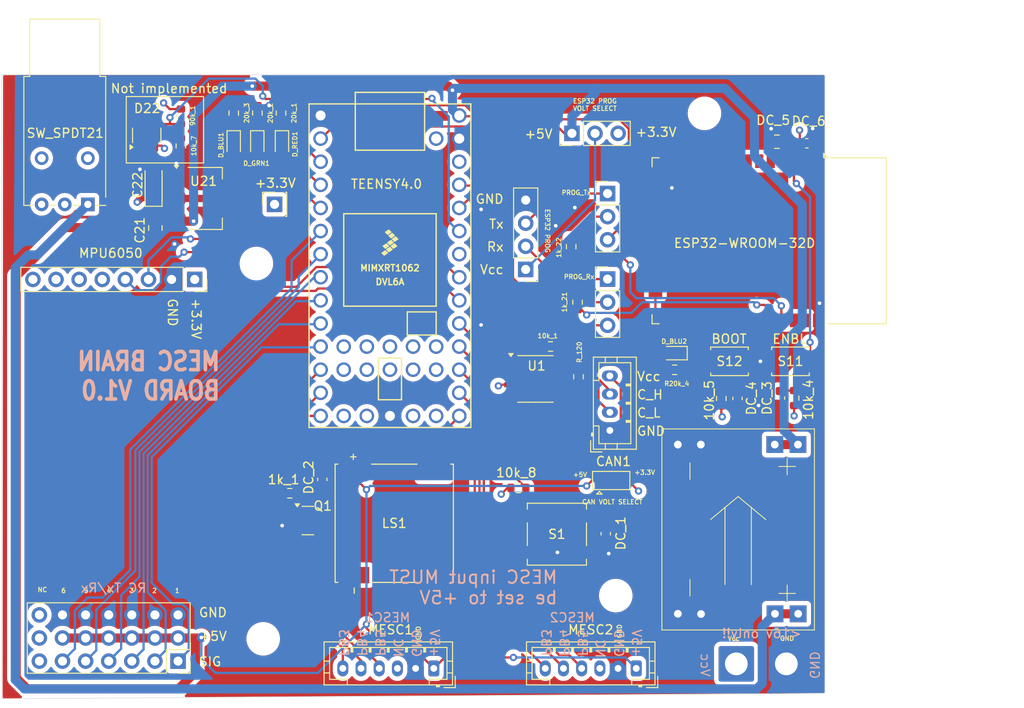
<source format=kicad_pcb>
(kicad_pcb (version 20240108) (generator "pcbnew") (generator_version "8.0")
  (layers (0 "F.Cu" signal) (1 "In1.Cu" signal) (2 "In2.Cu" signal) (31 "B.Cu" signal) (34 "B.Paste" user) (35 "F.Paste" user) (36 "B.SilkS" user "B.Silkscreen") (37 "F.SilkS" user "F.Silkscreen") (38 "B.Mask" user) (39 "F.Mask" user) (44 "Edge.Cuts" user))
  (net 0 "")
  (net 1 "GND")
  (net 2 "+5V")
  (net 3 "+3.3V")
  (net 4 "ESP_EN")
  (net 5 "IO0")
  (net 6 "ESP_RX_OUT")
  (net 7 "U0RXD")
  (net 8 "ESP_TX_OUT")
  (net 9 "U0TXD")
  (net 10 "Net-(J12-Pin_2)")
  (net 11 "SPEAKER")
  (net 12 "Net-(Q1-B)")
  (net 13 "Net-(Q1-C)")
  (net 14 "LED1")
  (net 15 "LED2")
  (net 16 "CAN_LO")
  (net 17 "CAN_HI")
  (net 18 "/MPU6050_SCL")
  (net 19 "BUTTON")
  (net 20 "RC_Throttle")
  (net 21 "RC_Steering")
  (net 22 "RC_Mode")
  (net 23 "/CAN_TX")
  (net 24 "/MPU6050_XDA")
  (net 25 "/MPU6050_INT")
  (net 26 "/MPU6050_SDA")
  (net 27 "/MPU6050_XCL")
  (net 28 "/MPU6050_AD0")
  (net 29 "ESP_RX")
  (net 30 "ESP_TX")
  (net 31 "/CAN_RX")
  (net 32 "VSENSE")
  (net 33 "RC_Z")
  (net 34 "RC_Y")
  (net 35 "RC_X")
  (net 36 "MESC1_VCC")
  (net 37 "Net-(J14-Pin_1)")
  (net 38 "Net-(U1-Rs)")
  (net 43 "Net-(J13-Pin_2)")
  (net 84 "Net-(D_BLU1-K)")
  (net 85 "Net-(D_GRN1-K)")
  (net 86 "Net-(D_RED1-K)")
  (net 87 "Net-(D_BLU2-K)")
  (net 88 "Net-(D_BLU2-A)")
  (net 89 "Net-(CAN1-Pin_4)")
  (net 94 "Vcc")
  (net 95 "Net-(SW_SPDT21-A)")
  (net 96 "PB4_1")
  (net 97 "PB5_1")
  (net 98 "PB3_1")
  (net 99 "PB6_1")
  (net 100 "PB4_2")
  (net 101 "PB3_2")
  (net 102 "PB6_2")
  (net 103 "PB5_2")
  (footprint "Connector_PinSocket_2.54mm:my_PinSocket_3x07_P2.54mm_Vertical" (layer "F.Cu") (at 32.39 79.95 -90)
    (property "Reference" "J1" (hide yes))
    (property "Value" "Conn_01x18" (hide yes))
  )
  (footprint "Capacitor_SMD:C_0603_1608Metric" (layer "F.Cu") (at 93.8784 51.0794 90)
    (property "Reference" "DC_4")
    (property "Value" "100nF")
  )
  (footprint "LED_SMD:LED_0603_1608Metric" (layer "F.Cu") (at 43.81 23.13875 -90)
    (property "Reference" "D_RED1")
    (property "Value" "LED RED")
  )
  (footprint "Connector_JST:JST_PH_B6B-PH-K_1x06_P2.00mm_Vertical" (layer "F.Cu") (at 60.5 80.75 180)
    (property "Reference" "MESC1")
    (property "Value" "Conn_01x06" (hide yes))
  )
  (footprint "Resistor_SMD:R_0603_1608Metric" (layer "F.Cu") (at 41.11 19.71375 -90)
    (property "Reference" "20k_2")
    (property "Value" "20k")
  )
  (footprint "Converter_DCDC:my_buck_boost" (layer "F.Cu") (at 93.95 65.475 90)
    (property "Reference" "U22" (hide yes))
    (property "Value" "my_buck_boost" (hide yes))
  )
  (footprint "LED_SMD:LED_0603_1608Metric" (layer "F.Cu") (at 41.1 23.13875 -90)
    (property "Reference" "D_GRN1")
    (property "Value" "LED GRN")
  )
  (footprint "Resistor_SMD:R_0603_1608Metric" (layer "F.Cu") (at 86.9696 47.9298)
    (property "Reference" "R20k_4")
    (property "Value" "20k")
  )
  (footprint "Resistor_SMD:R_0603_1608Metric" (layer "F.Cu") (at 69.7965 60.9178 180)
    (property "Reference" "10k_8")
    (property "Value" "10k")
  )
  (footprint "Package_TO_SOT_SMD:SOT-23-3" (layer "F.Cu") (at 28.95 22.1625 90)
    (property "Reference" "D22")
    (property "Value" "BAT54S")
  )
  (footprint "Resistor_SMD:R_0603_1608Metric" (layer "F.Cu") (at 38.51 19.71375 -90)
    (property "Reference" "20k_3")
    (property "Value" "20k")
  )
  (footprint "Capacitor_SMD:C_0603_1608Metric" (layer "F.Cu") (at 48.25 59.975 -90)
    (property "Reference" "DC_2")
    (property "Value" "100nF")
  )
  (footprint "Resistor_SMD:R_0603_1608Metric" (layer "F.Cu") (at 44.675 61.5 180)
    (property "Reference" "1k_1")
    (property "Value" "10k")
  )
  (footprint "Package_TO_SOT_SMD:SOT-23" (layer "F.Cu") (at 46.6625 64.5)
    (property "Reference" "Q1")
    (property "Value" "my_BC337")
  )
  (footprint "Resistor_SMD:R_0603_1608Metric" (layer "F.Cu") (at 100.1014 51.0408 -90)
    (property "Reference" "10k_4")
    (property "Value" "10k")
  )
  (footprint "Button_Switch_SMD:SW_Push_SPST_NO_Alps_SKRK" (layer "F.Cu") (at 99.7 47)
    (property "Reference" "S11")
    (property "Value" "TL3342F160QG")
  )
  (footprint "Resistor_SMD:R_0603_1608Metric" (layer "F.Cu") (at 76.4 48.7 90)
    (property "Reference" "R_120")
    (property "Value" "120")
  )
  (footprint "Jumper:SolderJumper-3_P1.3mm_Open_Pad1.0x1.5mm" (layer "F.Cu") (at 80 60.1)
    (property "Reference" "JP1" (hide yes))
    (property "Value" "SolderJumper_3_Open")
  )
  (footprint "Button_Switch_SMD:SW_Push_SPST_NO_Alps_SKRK" (layer "F.Cu") (at 93 47 180)
    (property "Reference" "S12")
    (property "Value" "TL3342F160QG")
  )
  (footprint "Connector_PinHeader_2.54mm:PinHeader_1x04_P2.54mm_Vertical" (layer "F.Cu") (at 70.6 36.9 180)
    (property "Reference" "J14" (hide yes))
    (property "Value" "SERIAL1")
  )
  (footprint "Capacitor_SMD:C_0603_1608Metric" (layer "F.Cu") (at 101.5 23.0378)
    (property "Reference" "DC_6")
    (property "Value" "100nF")
  )
  (footprint "Connector_PinSocket_2.54mm:PinSocket_1x01_P2.54mm_Vertical" (layer "F.Cu") (at 43 29.75 90)
    (property "Reference" "J22" (hide yes))
    (property "Value" "Conn_01x01")
  )
  (footprint "MountingHole:MountingHole_3.2mm_M3" (layer "F.Cu") (at 41.75 77.5)
    (property "Reference" "REF**" (hide yes))
    (property "Value" "MountingHole_3.2mm_M3")
  )
  (footprint "Resistor_SMD:R_0603_1608Metric" (layer "F.Cu") (at 92.1004 51.0794 -90)
    (property "Reference" "10k_5")
    (property "Value" "10k")
  )
  (footprint "Capacitor_SMD:C_0603_1608Metric" (layer "F.Cu") (at 98.552 51.0408 90)
    (property "Reference" "DC_3")
    (property "Value" "100nF")
  )
  (footprint "Button_Switch_THT:SW_NKK_BB15AH" (layer "F.Cu") (at 22.48 29.75 180)
    (property "Reference" "SW_SPDT21")
    (property "Value" "SW_SPDT")
  )
  (footprint "MountingHole:MountingHole_3.2mm_M3" (layer "F.Cu") (at 80.5 72.75)
    (property "Reference" "REF**" (hide yes))
    (property "Value" "MountingHole_3.2mm_M3")
  )
  (footprint "Resistor_SMD:R_0603_1608Metric" (layer "F.Cu") (at 32.7 20.1 -90)
    (property "Reference" "90k_1")
    (property "Value" "90k")
  )
  (footprint "Connector_JST:JST_PH_B6B-PH-K_1x06_P2.00mm_Vertical" (layer "F.Cu") (at 82.75 80.75 180)
    (property "Reference" "MESC2")
    (property "Value" "Conn_01x06" (hide yes))
  )
  (footprint "LED_SMD:LED_0603_1608Metric" (layer "F.Cu") (at 86.868 46.101 180)
    (property "Reference" "D_BLU2")
    (property "Value" "BLUE")
  )
  (footprint "Package_SO:SOIC-8_3.9x4.9mm_P1.27mm" (layer "F.Cu") (at 71.675 48.935)
    (property "Reference" "U1")
    (property "Value" "TJA1050T/CM,118")
  )
  (footprint "Connector_Wire:SolderWire-2sqmm_1x01_D2mm_OD3.9mm" (layer "F.Cu") (at 99.25 80.25)
    (property "Reference" "J24" (hide yes))
    (property "Value" "Conn_01x01")
  )
  (footprint "Connector_PinHeader_2.54mm:PinHeader_1x03_P2.54mm_Vertical" (layer "F.Cu") (at 79.6 37.96)
    (property "Reference" "J12" (hide yes))
    (property "Value" "Conn_01x03")
  )
  (footprint "Resistor_SMD:R_0603_1608Metric" (layer "F.Cu") (at 32.7 23.325 -90)
    (property "Reference" "10k_7")
    (property "Value" "10k")
  )
  (footprint "Connector_PinSocket_2.54mm:PinSocket_1x08_P2.54mm_Vertical" (layer "F.Cu") (at 34.22 38 -90)
    (property "Reference" "MP1" (hide yes))
    (property "Value" "Conn_01x08")
  )
  (footprint "RF_Module:ESP32-WROOM-32D" (layer "F.Cu") (at 94.37 33.75 -90)
    (property "Reference" "U11" (hide yes))
    (property "Value" "ESP32-WROOM-32D")
  )
  (footprint "Resistor_SMD:R_0603_1608Metric" (layer "F.Cu") (at 43.71 19.71375 -90)
    (property "Reference" "20k_1")
    (property "Value" "20k")
  )
  (footprint "Button_Switch_SMD:SW_SPST_B3SL-1022P" (layer "F.Cu") (at 74.0309 66 180)
    (property "Reference" "S1")
    (property "Value" "TL3342F160QG")
  )
  (footprint "Package_TO_SOT_SMD:SOT-223-3_TabPin2" (layer "F.Cu") (at 35.35 29.1)
    (property "Reference" "U21")
    (property "Value" "LD1117S18TR_SOT223")
  )
  (footprint "LED_SMD:LED_0603_1608Metric" (layer "F.Cu") (at 38.51 23.13875 -90)
    (property "Reference" "D_BLU1")
    (property "Value" "LED BLU")
  )
  (footprint "Capacitor_SMD:C_0805_2012Metric" (layer "F.Cu") (at 29.9 32.35 -90)
    (property "Reference" "C21")
    (property "Value" "10uF")
  )
  (footprint "Connector_PinHeader_2.54mm:PinHeader_1x03_P2.54mm_Vertical" (layer "F.Cu") (at 75.6816 21.9456 90)
    (property "Reference" "J15" (hide yes))
    (property "Value" "Conn_01x03")
  )
  (footprint "MountingHole:MountingHole_3.2mm_M3" (layer "F.Cu") (at 90.25 19.75)
    (property "Reference" "REF**" (hide yes))
    (property "Value" "MountingHole_3.2mm_M3")
  )
  (footprint "Connector_PinHeader_2.54mm:PinHeader_1x03_P2.54mm_Vertical" (layer "F.Cu") (at 79.6 28.56)
    (property "Reference" "J13" (hide yes))
    (property "Value" "Conn_01x03")
  )
  (footprint "Capacitor_SMD:C_0603_1608Metric" (layer "F.Cu") (at 79.3977 65.947 90)
    (property "Reference" "DC_1")
    (property "Value" "100nF")
  )
  (footprint "Resistor_SMD:R_0603_1608Metric" (layer "F.Cu") (at 75.6 34.4 90)
    (property "Reference" "1k_22")
    (property "Value" "1k")
  )
  (footprint "Resistor_SMD:R_0603_1608Metric" (layer "F.Cu") (at 73.33 45.37 180)
    (property "Reference" "10k_1")
    (property "Value" "10k")
  )
  (footprint "Resistor_SMD:R_0603_1608Metric" (layer "F.Cu") (at 76.3 40.5 90)
    (property "Reference" "1k_21")
    (property "Value" "1k")
  )
  (footprint "Capacitor_Tantalum_SMD:CP_EIA-3216-18_Kemet-A" (layer "F.Cu") (at 29.7 27.65 90)
    (property "Reference" "C22")
    (property "Value" "C_Polarized_Small_US")
  )
  (footprint "teensy:Teensy40" (layer "F.Cu") (at 55.68 36.49 -90)
    (property "Reference" "U2" (hide yes))
    (property "Value" "Teensy4.0")
  )
  (footprint "CDS-13138-SMT-TR:SPKR_CDS-13138-SMT-TR" (layer "F.Cu") (at 56.1534 64.8 -90)
    (property "Reference" "LS1")
    (property "Value" "Speaker")
  )
  (footprint "Connector_JST:JST_PH_B4B-PH-K_1x04_P2.00mm_Vertical" (layer "F.Cu") (at 79.85 54.6 90)
    (property "Reference" "CAN1")
    (property "Value" "Conn_01x04")
  )
  (footprint "Connector_Wire:SolderWire-2sqmm_1x01_D2mm_OD3.9mm" (layer "F.Cu") (at 93.75 80.25)
    (property "Reference" "J25" (hide yes))
    (property "Value" "Conn_01x01")
  )
  (footprint "MountingHole:MountingHole_3.2mm_M3" (layer "F.Cu") (at 41 36.25)
    (property "Reference" "REF**" (hide yes))
    (property "Value" "MountingHole_3.2mm_M3")
  )
  (footprint "Capacitor_SMD:C_0805_2012Metric" (layer "F.Cu") (at 98.2104 22.86)
    (property "Reference" "DC_5")
    (property "Value" "10uF")
  )
  (gr_rect (start 26.7 17.9) (end 35.2 25.2) (stroke (width 0.12)) (fill none) (layer "F.SilkS"))
  (gr_poly (pts (xy 103.5 83.5) (xy 103.5 15.5) (xy 13 15.5) (xy 13 84.087896)) (stroke (width 0.05)) (fill none) (layer "Edge.Cuts"))
  (gr_text "MESC2" (at 78.3 75.75 0) (layer "B.SilkS") (effects (font (size 1 1)) (justify left bottom mirror)))
  (gr_text "RC Tx/Rx" (at 29 72.5 0) (layer "B.SilkS") (effects (font (size 1 1)) (justify left bottom mirror)))
  (gr_text "Vcc" (at 89.75 81.75 270) (layer "B.SilkS") (effects (font (size 1 1) (thickness 0.13)) (justify left bottom mirror)))
  (gr_text "PB5\n" (at 76.25 79.5 270) (layer "B.SilkS") (effects (font (size 1 1)) (justify left bottom mirror)))
  (gr_text "GND\n" (at 58 79.595238 270) (layer "B.SilkS") (effects (font (size 1 1)) (justify left bottom mirror)))
  (gr_text "PB5\n" (at 54 79.5 270) (layer "B.SilkS") (effects (font (size 1 1)) (justify left bottom mirror)))
  (gr_text "GND\n" (at 80.25 79.595238 270) (layer "B.SilkS") (effects (font (size 1 1)) (justify left bottom mirror)))
  (gr_text "PB3" (at 50 79.5 -90) (layer "B.SilkS") (effects (font (size 1 1)) (justify left bottom mirror)))
  (gr_text "<16v only!!" (at 101 77.5 0) (layer "B.SilkS") (effects (font (size 1 1)) (justify left bottom mirror)))
  (gr_text "GND" (at 101.75 82 270) (layer "B.SilkS") (effects (font (size 1 1) (thickness 0.13)) (justify left bottom mirror)))
  (gr_text "PB4" (at 52 79.5 270) (layer "B.SilkS") (effects (font (size 1 1)) (justify left bottom mirror)))
  (gr_text "PB3" (at 72.25 79.5 -90) (layer "B.SilkS") (effects (font (size 1 1)) (justify left bottom mirror)))
  (gr_text "+5V\n" (at 82.2 79.6 270) (layer "B.SilkS") (effects (font (size 1 1)) (justify left bottom mirror)))
  (gr_text "NC" (at 78.2 79.7 270) (layer "B.SilkS") (effects (font (size 1 1)) (justify left bottom mirror)))
  (gr_text "+5V\n" (at 60 79.6 270) (layer "B.SilkS") (effects (font (size 1 1)) (justify left bottom mirror)))
  (gr_text "NC" (at 56 79.6 270) (layer "B.SilkS") (effects (font (size 1 1)) (justify left bottom mirror)))
  (gr_text "MESC BRAIN \nBOARD V1.0" (at 37.2 51.4 0) (layer "B.SilkS") (effects (font (size 2 1.7) (thickness 0.4) (bold yes)) (justify left bottom mirror)))
  (gr_text "PB4" (at 74.25 79.5 270) (layer "B.SilkS") (effects (font (size 1 1)) (justify left bottom mirror)))
  (gr_text "MESC1" (at 58 75.75 0) (layer "B.SilkS") (effects (font (size 1 1)) (justify left bottom mirror)))
  (gr_text "MESC input MUST\nbe set to +5V" (at 74.2 73.8 0) (layer "B.SilkS") (effects (font (size 1.4 1.4) (thickness 0.2)) (justify left bottom mirror)))
  (gr_text "3" (at 27 72.5 0) (layer "F.SilkS") (effects (font (size 0.5 0.5) (thickness 0.1) (bold yes)) (justify left bottom)))
  (gr_text "+3.3V" (at 40.75 28 0) (layer "F.SilkS") (effects (font (size 1 1)) (justify left bottom)))
  (gr_text "5" (at 22 72.5 0) (layer "F.SilkS") (effects (font (size 0.5 0.5) (thickness 0.1) (bold yes)) (justify left bottom)))
  (gr_text "GND" (at 81.2 77.5 90) (layer "F.SilkS") (effects (font (size 0.5 0.5) (thickness 0.1) (bold yes)) (justify left bottom)))
  (gr_text "GND" (at 82.75 55.25 0) (layer "F.SilkS") (effects (font (size 1 1)) (justify left bottom)))
  (gr_text "1" (at 32 72.5 0) (layer "F.SilkS") (effects (font (size 0.5 0.5) (thickness 0.1) (bold yes)) (justify left bottom)))
  (gr_text "PROG_Tx" (at 74.5 28.75 0) (layer "F.SilkS") (effects (font (size 0.5 0.5) (thickness 0.1) (bold yes)) (justify left bottom)))
  (gr_text "+5V" (at 70.4 22.6 0) (layer "F.SilkS") (effects (font (size 1 1)) (justify left bottom)))
  (gr_text "BOOT" (at 90.93 45.13 0) (layer "F.SilkS") (effects (font (size 1 1)) (justify left bottom)))
  (gr_text "GND" (at 65.011905 29.75 0) (layer "F.SilkS") (effects (font (size 1 1)) (justify left bottom)))
  (gr_text "+3.3V" (at 82.5 59.5 0) (layer "F.SilkS") (effects (font (size 0.5 0.5) (thickness 0.1) (bold yes)) (justify left bottom)))
  (gr_text "+3.3V" (at 33.8 40 270) (layer "F.SilkS") (effects (font (size 1 1)) (justify left bottom)))
  (gr_text "Rx" (at 66.25 35 0) (layer "F.SilkS") (effects (font (size 1 1)) (justify left bottom)))
  (gr_text "GND" (at 34.6 75.2 0) (layer "F.SilkS") (effects (font (size 1 1)) (justify left bottom)))
  (gr_text "GND" (at 59.1 77.7 90) (layer "F.SilkS") (effects (font (size 0.5 0.5) (thickness 0.1) (bold yes)) (justify left bottom)))
  (gr_text "TEENSY4.0" (at 51.3 28.1 0) (layer "F.SilkS") (effects (font (size 1 1)) (justify left bottom)))
  (gr_text "Vcc\n" (at 92.75 77.75 0) (layer "F.SilkS") (effects (font (size 0.5 0.5) (thickness 0.1) (bold yes)) (justify left bottom)))
  (gr_text "Vcc" (at 82.75 49.25 0) (layer "F.SilkS") (effects (font (size 1 1)) (justify left bottom)))
  (gr_text "CAN VOLT SELECT" (at 76.75 62.75 0) (layer "F.SilkS") (effects (font (size 0.5 0.5) (thickness 0.1) (bold yes)) (justify left bottom)))
  (gr_text "2" (at 29.5 72.5 0) (layer "F.SilkS") (effects (font (size 0.5 0.5) (thickness 0.1) (bold yes)) (justify left bottom)))
  (gr_text "GND" (at 31.2 40 -90) (layer "F.SilkS") (effects (font (size 1 1)) (justify left bottom)))
  (gr_text "6" (at 19.5 72.5 0) (layer "F.SilkS") (effects (font (size 0.5 0.5) (thickness 0.1) (bold yes)) (justify left bottom)))
  (gr_text "PROG_Rx" (at 74.75 38 0) (layer "F.SilkS") (effects (font (size 0.5 0.5) (thickness 0.1) (bold yes)) (justify left bottom)))
  (gr_text "+5V\n" (at 75.75 59.75 0) (layer "F.SilkS") (effects (font (size 0.5 0.5) (thickness 0.1) (bold yes)) (justify left bottom)))
  (gr_text "Tx" (at 66.488095 32.5 0) (layer "F.SilkS") (effects (font (size 1 1)) (justify left bottom)))
  (gr_text "GND" (at 98.5 77.75 0) (layer "F.SilkS") (effects (font (size 0.5 0.5) (thickness 0.1) (bold yes)) (justify left bottom)))
  (gr_text "C_L\n" (at 82.75 53.25 0) (layer "F.SilkS") (effects (font (size 1 1)) (justify left bottom)))
  (gr_text "NC" (at 16.9 72.4 0) (layer "F.SilkS") (effects (font (size 0.5 0.5) (thickness 0.1) (bold yes)) (justify left bottom)))
  (gr_text "ESP32-WROOM-32D" (at 86.8 34.6 0) (layer "F.SilkS") (effects (font (size 1 1)) (justify left bottom)))
  (gr_text "ESP32 PROG" (at 72.7 30.2 -90) (layer "F.SilkS") (effects (font (size 0.5 0.5) (thickness 0.1) (bold yes)) (justify left bottom)))
  (gr_text "C_H" (at 82.75 51.25 0) (layer "F.SilkS") (effects (font (size 1 1)) (justify left bottom)))
  (gr_text "4" (at 24.5 72.5 0) (layer "F.SilkS") (effects (font (size 0.5 0.5) (thickness 0.1) (bold yes)) (justify left bottom)))
  (gr_text "Vcc" (at 65.488095 37.5 0) (layer "F.SilkS") (effects (font (size 1 1)) (justify left bottom)))
  (gr_text "ENBL" (at 97.63 45.13 0) (layer "F.SilkS") (effects (font (size 1 1)) (justify left bottom)))
  (gr_text "+5V" (at 34.6 77.8 0) (layer "F.SilkS") (effects (font (size 1 1)) (justify left bottom)))
  (gr_text "Not implemented" (at 24.9 17.6 0) (layer "F.SilkS") (effects (font (size 1 1)) (justify left bottom)))
  (gr_text "ESP32 PROG\nVOLT SELECT" (at 75.75 19.5 0) (layer "F.SilkS") (effects (font (size 0.5 0.5) (thickness 0.1) (bold yes)) (justify left bottom)))
  (gr_text "SIG" (at 34.6 80.6 0) (layer "F.SilkS") (effects (font (size 1 1)) (justify left bottom)))
  (gr_text "MPU6050" (at 21.4 35.7 0) (layer "F.SilkS") (effects (font (size 1 1)) (justify left bottom)))
  (gr_text "+3.3V" (at 82.6 22.4 0) (layer "F.SilkS") (effects (font (size 1 1)) (justify left bottom)))
  (segment (start 79.3977 66.722) (end 79.3977 67.8012) (width 0.25) (layer "F.Cu") (net 1))
  (segment (start 98.539 51.8544) (end 98.552 51.8674) (width 0.25) (layer "F.Cu") (net 1))
  (segment (start 28.6 26.3) (end 28.2 25.9) (width 0.25) (layer "F.Cu") (net 1))
  (segment (start 38.51 18.88875) (end 42.41 18.88875) (width 0.25) (layer "F.Cu") (net 1))
  (segment (start 30.2 26.8) (end 29.7 26.3) (width 0.25) (layer "F.Cu") (net 1))
  (segment (start 71.1509 68) (end 74.0891 68) (width 0.25) (layer "F.Cu") (net 1))
  (segment (start 78.1889 66.722) (end 79.3977 66.722) (width 0.25) (layer "F.Cu") (net 1))
  (segment (start 102.1006 23.2122) (end 102.275 23.0378) (width 0.25) (layer "F.Cu") (net 1))
  (segment (start 102.62 23.3828) (end 102.275 23.0378) (width 0.25) (layer "F.Cu") (net 1))
  (segment (start 102.62 42.5) (end 102.62 40.89) (width 0.25) (layer "F.Cu") (net 1))
  (segment (start 44.2266 65.45) (end 43.8328 65.0562) (width 0.25) (layer "F.Cu") (net 1))
  (segment (start 32.2 24.65) (end 32.7 24.15) (width 0.25) (layer "F.Cu") (net 1))
  (segment (start 31.2 33.3) (end 32 34.1) (width 0.8) (layer "F.Cu") (net 1))
  (segment (start 84.86 28.04) (end 86.5648 28.04) (width 0.25) (layer "F.Cu") (net 1))
  (segment (start 32.2 26.8) (end 30.2 26.8) (width 0.25) (layer "F.Cu") (net 1))
  (segment (start 86.5648 28.04) (end 86.6648 27.94) (width 0.25) (layer "F.Cu") (net 1))
  (segment (start 74.0891 68) (end 76.9109 68) (width 0.25) (layer "F.Cu") (net 1))
  (segment (start 29.9 33.3) (end 31.2 33.3) (width 0.8) (layer "F.Cu") (net 1))
  (segment (start 102.62 25) (end 102.62 23.3828) (width 0.25) (layer "F.Cu") (net 1))
  (segment (start 96.1898 51.8544) (end 98.539 51.8544) (width 0.25) (layer "F.Cu") (net 1))
  (segment (start 102.275 21.5398) (end 102.1474 21.4122) (width 0.25) (layer "F.Cu") (net 1))
  (segment (start 87.325 56.15) (end 89.85 56.15) (width 1) (layer "F.Cu") (net 1))
  (segment (start 96.4 47) (end 97.6 47) (width 0.25) (layer "F.Cu") (net 1))
  (segment (start 97.2604 21.7526) (end 97.5754 21.4376) (width 0.25) (layer "F.Cu") (net 1))
  (segment (start 45.725 65.45) (end 44.2266 65.45) (width 0.25) (layer "F.Cu") (net 1))
  (segment (start 102.62 25) (end 102.62 23.2122) (width 0.25) (layer "F.Cu") (net 1))
  (segment (start 29.7 26.3) (end 28.6 26.3) (width 0.25) (layer "F.Cu") (net 1))
  (segment (start 32.2 25.25) (end 32.2 24.65) (width 0.25) (layer "F.Cu") (net 1))
  (segment (start 89.85 74.75) (end 89.875 74.775) (width 1) (layer "F.Cu") (net 1))
  (segment (start 95.1 47) (end 96.4 47) (width 0.25) (layer "F.Cu") (net 1))
  (segment (start 102.62 40.89) (end 102.8954 40.6146) (width 0.25) (layer "F.Cu") (net 1))
  (segment (start 93.8784 51.8544) (end 96.1898 51.8544) (width 0.25) (layer "F.Cu") (net 1))
  (segment (start 102.275 23.0378) (end 102.275 21.5398) (width 0.25) (layer "F.Cu") (net 1))
  (segment (start 76.9109 68) (end 78.1889 66.722) (width 0.25) (layer "F.Cu") (net 1))
  (segment (start 32.2 26.8) (end 32.2 25.25) (width 0.25) (layer "F.Cu") (net 1))
  (segment (start 97.2604 22.86) (end 97.2604 21.7526) (width 0.25) (layer "F.Cu") (net 1))
  (segment (start 79.3977 67.8012) (end 79.7279 68.1314) (width 0.25) (layer "F.Cu") (net 1))
  (segment (start 42.41 18.88875) (end 43.71 18.88875) (width 0.25) (layer "F.Cu") (net 1))
  (segment (start 87.325 74.75) (end 89.85 74.75) (width 1) (layer "F.Cu") (net 1))
  (via (at 74.0891 68) (size 0.8) (drill 0.4) (layers "F.Cu" "B.Cu") (net 1))
  (via (at 65.7 43) (size 0.8) (drill 0.4) (layers "F.Cu" "B.Cu") (net 1))
  (via (at 65.7 30.3) (size 0.8) (drill 0.4) (layers "F.Cu" "B.Cu") (net 1))
  (via (at 79.7279 68.1314) (size 0.8) (drill 0.4) (layers "F.Cu" "B.Cu") (net 1))
  (via (at 86.6648 27.94) (size 0.8) (drill 0.4) (layers "F.Cu" "B.Cu") (net 1))
  (via (at 102.8954 40.6146) (size 0.8) (drill 0.4) (layers "F.Cu" "B.Cu") (net 1))
  (via (at 102.1474 21.4122) (size 0.8) (drill 0.4) (layers "F.Cu" "B.Cu") (net 1))
  (via (at 96.1898 51.8544) (size 0.8) (drill 0.4) (layers "F.Cu" "B.Cu") (net 1))
  (via (at 28.2 25.9) (size 0.8) (drill 0.4) (layers "F.Cu" "B.Cu") (net 1))
  (via (at 76 30.1) (size 0.8) (drill 0.4) (layers "F.Cu" "B.Cu") (net 1))
  (via (at 73.9 32.1) (size 0.8) (drill 0.4) (layers "F.Cu" "B.Cu") (net 1))
  (via (at 42.41 18.88875) (size 0.8) (drill 0.4) (layers "F.Cu" "B.Cu") (net 1))
  (via (at 43.8328 65.0562) (size 0.8) (drill 0.4) (layers "F.Cu" "B.Cu") (net 1))
  (via (at 32 34.1) (size 0.8) (drill 0.4) (layers "F.Cu" "B.Cu") (net 1))
  (via (at 32.2 25.25) (size 0.8) (drill 0.4) (layers "F.Cu" "B.Cu") (net 1))
  (via (at 97.5754 21.4376) (size 0.8) (drill 0.4) (layers "F.Cu" "B.Cu") (net 1))
  (via (at 96.4 47) (size 0.8) (drill 0.4) (layers "F.Cu" "B.Cu") (net 1))
  (segment (start 53.1 76.325) (end 53.1 75.9) (width 0.25) (layer "F.Cu") (net 2))
  (segment (start 34.95 77.35) (end 34.89 77.41) (width 1) (layer "F.Cu") (net 2))
  (segment (start 40.55 16.75) (end 62.1 16.75) (width 1) (layer "F.Cu") (net 2))
  (segment (start 51.8034 59.1) (end 51.8034 59.8034) (width 0.25) (layer "F.Cu") (net 2))
  (segment (start 48.3208 59.1) (end 48.2524 59.1684) (width 0.25) (layer "F.Cu") (net 2))
  (segment (start 77.9 60.1) (end 77.3 60.7) (width 0.25) (layer "F.Cu") (net 2))
  (segment (start 34.89 77.41) (end 34.3 77.41) (width 1) (layer "F.Cu") (net 2))
  (segment (start 34.3 77.41) (end 34.3 81.14) (width 1) (layer "F.Cu") (net 2))
  (segment (start 32.2 31.4) (end 29.9 31.4) (width 0.8) (layer "F.Cu") (net 2))
  (segment (start 97.975 56.15) (end 100.525 56.15) (width 1) (layer "F.Cu") (net 2))
  (segment (start 14.6 81.8) (end 14.6 37.647968) (width 1) (layer "F.Cu") (net 2))
  (segment (start 57.85 78.1) (end 54.875 78.1) (width 0.25) (layer "F.Cu") (net 2))
  (segment (start 51.8034 59.1) (end 48.75 59.1) (width 0.25) (layer "F.Cu") (net 2))
  (segment (start 74.8456 21.9456) (end 72.966 20.066) (width 0.25) (layer "F.Cu") (net 2))
  (segment (start 69.25 79.55) (end 61.7 79.55) (width 0.25) (layer "F.Cu") (net 2))
  (segment (start 34.3 81.14) (end 32.44 83) (width 1) (layer "F.Cu") (net 2))
  (segment (start 14.6 37.647968) (end 19.947968 32.3) (width 1) (layer "F.Cu") (net 2))
  (segment (start 25.4 31.4) (end 32.2 31.4) (width 1) (layer "F.Cu") (net 2))
  (segment (start 78.7 60.1) (end 77.9 60.1) (width 0.25) (layer "F.Cu") (net 2))
  (segment (start 32.4 31.6) (end 32.2 31.4) (width 1) (layer "F.Cu") (net 2))
  (segment (start 32.44 83) (end 15.8 83) (width 1) (layer "F.Cu") (net 2))
  (segment (start 54.875 78.1) (end 53.1 76.325) (width 0.25) (layer "F.Cu") (net 2))
  (segment (start 48.75 59.1) (end 48.3208 59.1) (width 0.25) (layer "F.Cu") (net 2))
  (segment (start 19.947968 32.3) (end 24.5 32.3) (width 1) (layer "F.Cu") (net 2))
  (segment (start 61.7 79.55) (end 60.5 80.75) (width 0.25) (layer "F.Cu") (net 2))
  (segment (start 72.966 20.066) (end 63.2714 20.066) (width 0.25) (layer "F.Cu") (net 2))
  (segment (start 48.75 59.1) (end 48.35 59.1) (width 0.25) (layer "F.Cu") (net 2))
  (segment (start 48.35 59.1) (end 48.25 59.2) (width 0.25) (layer "F.Cu") (net 2))
  (segment (start 34.1 31.6) (end 32.4 31.6) (width 1) (layer "F.Cu") (net 2))
  (segment (start 34.3 77.41) (end 19.69 77.41) (width 1) (layer "F.Cu") (net 2))
  (segment (start 62.1 16.75) (end 62.55 17.2) (width 1) (layer "F.Cu") (net 2))
  (segment (start 60.5 80.75) (end 57.85 78.1) (width 0.25) (layer "F.Cu") (net 2))
  (segment (start 15.8 83) (end 14.6 81.8) (width 1) (layer "F.Cu") (net 2))
  (segment (start 51.8034 59.8034) (end 53.1 61.1) (width 0.25) (layer "F.Cu") (net 2))
  (segment (start 24.5 32.3) (end 25.4 31.4) (width 1) (layer "F.Cu") (net 2))
  (segment (start 75.6816 21.9456) (end 74.8456 21.9456) (width 0.25) (layer "F.Cu") (net 2))
  (segment (start 32.39 77.41) (end 19.69 77.41) (width 0.25) (layer "F.Cu") (net 2))
  (via (at 77.3 60.7) (size 0.8) (drill 0.4) (layers "F.Cu" "B.Cu") (net 2))
  (via (at 53.1 75.9) (size 0.8) (drill 0.4) (layers "F.Cu" "B.Cu") (net 2))
  (via (at 62.55 17.2) (size 0.8) (drill 0.4) (layers "F.Cu" "B.Cu") (net 2))
  (via (at 69.25 79.55) (size 0.8) (drill 0.4) (layers "F.Cu" "B.Cu") (net 2))
  (via (at 34.95 77.35) (size 0.8) (drill 0.4) (layers "F.Cu" "B.Cu") (net 2))
  (via (at 40.55 16.75) (size 0.8) (drill 0.4) (layers "F.Cu" "B.Cu") (net 2))
  (via (at 34.1 31.6) (size 0.8) (drill 0.4) (layers "F.Cu" "B.Cu") (net 2))
  (via (at 53.1 61.1) (size 0.8) (drill 0.4) (layers "F.Cu" "B.Cu") (net 2))
  (segment (start 101 43) (end 101 29.75) (width 1) (layer "B.Cu") (net 2))
  (segment (start 34.95 79.7) (end 34.95 77.35) (width 0.25) (layer "B.Cu") (net 2))
  (segment (start 100.525 56.15) (end 99 54.625) (width 1) (layer "B.Cu") (net 2))
  (segment (start 34.1 19.944365) (end 37.294365 16.75) (width 1) (layer "B.Cu") (net 2))
  (segment (start 77.3 60.7) (end 53.5 60.7) (width 0.25) (layer "B.Cu") (net 2))
  (segment (start 92.5 17) (end 78.25 17) (width 1) (layer "B.Cu") (net 2))
  (segment (start 99 54.625) (end 99 45) (width 1) (layer "B.Cu") (net 2))
  (segment (start 53.1 75.9) (end 47.75 81.25) (width 0.25) (layer "B.Cu") (net 2))
  (segment (start 62.55 19.3446) (end 63.2714 20.066) (width 1) (layer "B.Cu") (net 2))
  (segment (start 101 29.75) (end 95.75 24.5) (width 1) (layer "B.Cu") (net 2))
  (segment (start 34.1 31.6) (end 34.1 19.944365) (width 1) (layer "B.Cu") (net 2))
  (segment (start 78.25 17) (end 78.25 17.5) (width 1) (layer "B.Cu") (net 2))
  (segment (start 78.25 17.5) (end 75.6816 20.0684) (width 1) (layer "B.Cu") (net 2))
  (segment (start 81.55 79.55) (end 69.25 79.55) (width 0.25) (layer "B.Cu") (net 2))
  (segment (start 75.6816 20.0684) (end 75.6816 21.9456) (width 1) (layer "B.Cu") (net 2))
  (segment (start 47.75 81.25) (end 36.5 81.25) (width 0.25) (layer "B.Cu") (net 2))
  (segment (start 37.294365 16.75) (end 40.55 16.75) (width 1) (layer "B.Cu") (net 2))
  (segment (start 34.95 77.35) (end 35 77.3) (width 1) (layer "B.Cu") (net 2))
  (segment (start 53.1 61.1) (end 53.1 75.9) (width 0.25) (layer "B.Cu") (net 2))
  (segment (start 62.75 17) (end 62.55 17.2) (width 1) (layer "B.Cu") (net 2))
  (segment (start 62.55 17.2) (end 62.55 19.3446) (width 1) (layer "B.Cu") (net 2))
  (segment (start 53.5 60.7) (end 53.1 61.1) (width 0.25) (layer "B.Cu") (net 2))
  (segment (start 99 45) (end 101 43) (width 1) (layer "B.Cu") (net 2))
  (segment (start 82.75 80.75) (end 81.55 79.55) (width 0.25) (layer "B.Cu") (net 2))
  (segment (start 95.75 20.25) (end 92.5 17) (width 1) (layer "B.Cu") (net 2))
  (segment (start 95.75 24.5) (end 95.75 20.25) (width 1) (layer "B.Cu") (net 2))
  (segment (start 36.5 81.25) (end 34.95 79.7) (width 0.25) (layer "B.Cu") (net 2))
  (segment (start 78.25 17) (end 62.75 17) (width 1) (layer "B.Cu") (net 2))
  (segment (start 99.3382 23.0378) (end 99.1604 22.86) (width 0.25) (layer "F.Cu") (net 3))
  (segment (start 30.6 23.3) (end 30.9 23.6) (width 0.25) (layer "F.Cu") (net 3))
  (segment (start 100.725 23.0378) (end 99.3382 23.0378) (width 0.25) (layer "F.Cu") (net 3))
  (segment (start 29.7 29) (end 28.4 29) (width 0.8) (layer "F.Cu") (net 3))
  (segment (start 68.5931 60.9178) (end 67.9109 61.6) (width 0.25) (layer "F.Cu") (net 3))
  (segment (start 69.2 49.57) (end 67.73 49.57) (width 0.25) (layer "F.Cu") (net 3))
  (segment (start 67.73 49.57) (end 67.6 49.7) (width 0.25) (layer "F.Cu") (net 3))
  (segment (start 38.5 23.93625) (end 38.51 23.92625) (width 0.8) (layer "F.Cu") (net 3))
  (segment (start 32.1 29) (end 32.2 29.1) (width 0.8) (layer "F.Cu") (net 3))
  (segment (start 101.35 25) (end 101.35 23.6628) (width 0.25) (layer "F.Cu") (net 3))
  (segment (start 92.1004 51.9044) (end 92.1004 53.0004) (width 0.25) (layer "F.Cu") (net 3))
  (segment (start 100.725 21.6154) (end 100.6996 21.59) (width 0.25) (layer "F.Cu") (net 3))
  (segment (start 29.9 23.3) (end 30.6 23.3) (width 0.25) (layer "F.Cu") (net 3))
  (segment (start 81.85 60.1) (end 83 61.25) (width 0.25) (layer "F.Cu") (net 3))
  (segment (start 32.2 29.1) (end 38.5 29.1) (width 0.8) (layer "F.Cu") (net 3))
  (segment (start 29.7 29) (end 32.1 29) (width 0.8) (layer "F.Cu") (net 3))
  (segment (start 101.35 23.6628) (end 100.725 23.0378) (width 0.25) (layer "F.Cu") (net 3))
  (segment (start 92.1004 53.0004) (end 92.2 53.1) (width 0.25) (layer "F.Cu") (net 3))
  (segment (start 28.4 29) (end 27.9 29.5) (width 0.8) (layer "F.Cu") (net 3))
  (segment (start 100.1014 52.9986) (end 100.1 53) (width 0.25) (layer "F.Cu") (net 3))
  (segment (start 68.9715 60.9178) (end 68.5931 60.9178) (width 0.25) (layer "F.Cu") (net 3))
  (segment (start 81.3 60.1) (end 81.85 60.1) (width 0.25) (layer "F.Cu") (net 3))
  (segment (start 100.1014 51.8658) (end 100.1014 52.9986) (width 0.25) (layer "F.Cu") (net 3))
  (segment (start 100.725 23.0378) (end 100.725 21.6154) (width 0.25) (layer "F.Cu") (net 3))
  (segment (start 38.5 29.1) (end 38.5 23.93625) (width 0.8) (layer "F.Cu") (net 3))
  (via (at 27.9 29.5) (size 0.8) (drill 0.4) (layers "F.Cu" "B.Cu") (net 3))
  (via (at 67.9109 61.6) (size 0.8) (drill 0.4) (layers "F.Cu" "B.Cu") (net 3))
  (via (at 100.6996 21.59) (size 0.8) (drill 0.4) (layers "F.Cu" "B.Cu") (net 3))
  (via (at 30.9 23.6) (size 0.8) (drill 0.4) (layers "F.Cu" "B.Cu") (net 3))
  (via (at 67.6 49.7) (size 0.8) (drill 0.4) (layers "F.Cu" "B.Cu") (net 3))
  (via (at 92.2 53.1) (size 0.8) (drill 0.4) (layers "F.Cu" "B.Cu") (net 3))
  (via (at 100.1 53) (size 0.8) (drill 0.4) (layers "F.Cu" "B.Cu") (net 3))
  (via (at 83 61.25) (size 0.8) (drill 0.4) (layers "F.Cu" "B.Cu") (net 3))
  (segment (start 101.854 46.646) (end 101.8 46.7) (width 0.25) (layer "F.Cu") (net 4))
  (segment (start 100.08 25) (end 100.08 27.182) (width 0.25) (layer "F.Cu") (net 4))
  (segment (start 100.075 48.425) (end 101.8 46.7) (width 0.25) (layer "F.Cu") (net 4))
  (segment (start 100.1014 50.2158) (end 100.1014 48.4514) (width 0.25) (layer "F.Cu") (net 4))
  (segment (start 98.6536 50.2158) (end 98.552 50.3174) (width 0.25) (layer "F.Cu") (net 4))
  (segment (start 100.1014 50.2158) (end 98.6536 50.2158) (width 0.25) (layer "F.Cu") (net 4))
  (segment (start 100.08 27.182) (end 100.3554 27.4574) (width 0.25) (layer "F.Cu") (net 4))
  (segment (start 101.854 44.9072) (end 101.854 46.646) (width 0.25) (layer "F.Cu") (net 4))
  (segment (start 100.1014 48.4514) (end 100.075 48.425) (width 0.25) (layer "F.Cu") (net 4))
  (via (at 100.3554 27.4574) (size 0.8) (drill 0.4) (layers "F.Cu" "B.Cu") (net 4))
  (via (at 101.854 44.9072) (size 0.8) (drill 0.4) (layers "F.Cu" "B.Cu") (net 4))
  (segment (start 100.3554 27.4574) (end 101.854 28.956) (width 0.25) (layer "B.Cu") (net 4))
  (segment (start 101.854 28.956) (end 101.854 44.9072) (width 0.25) (layer "B.Cu") (net 4))
  (segment (start 86.11 43.5) (end 86.11 42.5) (width 0.25) (layer "F.Cu") (net 5))
  (segment (start 90.9 46.7) (end 90.9 45.5864) (width 0.25) (layer "F.Cu") (net 5))
  (segment (start 87.0092 44.3992) (end 86.11 43.5) (width 0.25) (layer "F.Cu") (net 5))
  (segment (start 90.9 45.5864) (end 89.7128 44.3992) (width 0.25) (layer "F.Cu") (net 5))
  (segment (start 93.8784 50.3044) (end 92.1504 50.3044) (width 0.25) (layer "F.Cu") (net 5))
  (segment (start 92.1136 47.9136) (end 90.9 46.7) (width 0.25) (layer "F.Cu") (net 5))
  (segment (start 92.1504 50.3044) (end 92.1004 50.2544) (width 0.25) (layer "F.Cu") (net 5))
  (segment (start 89.7128 44.3992) (end 87.0092 44.3992) (width 0.25) (layer "F.Cu") (net 5))
  (segment (start 92.1136 50.7492) (end 92.1136 47.9136) (width 0.25) (layer "F.Cu") (net 5))
  (segment (start 79.6 37.96) (end 74.2 37.96) (width 0.25) (layer "F.Cu") (net 6))
  (segment (start 74.2 37.96) (end 70.6 34.36) (width 0.25) (layer "F.Cu") (net 6))
  (segment (start 97.54 41.5) (end 96.84 40.8) (width 0.25) (layer "F.Cu") (net 7))
  (segment (start 76.725 41.325) (end 77.3 41.9) (width 0.25) (layer "F.Cu") (net 7))
  (segment (start 97.54 42.5) (end 97.54 41.5) (width 0.25) (layer "F.Cu") (net 7))
  (segment (start 96.84 40.8) (end 96 40.8) (width 0.25) (layer "F.Cu") (net 7))
  (segment (start 76.3 41.325) (end 76.725 41.325) (width 0.25) (layer "F.Cu") (net 7))
  (via (at 96 40.8) (size 0.8) (drill 0.4) (layers "F.Cu" "B.Cu") (net 7))
  (via (at 77.3 41.9) (size 0.8) (drill 0.4) (layers "F.Cu" "B.Cu") (net 7))
  (segment (start 82.225 41.675) (end 83.4 40.5) (width 0.25) (layer "B.Cu") (net 7))
  (segment (start 77.525 41.675) (end 82.225 41.675) (width 0.25) (layer "B.Cu") (net 7))
  (segment (start 77.3 41.9) (end 77.525 41.675) (width 0.25) (layer "B.Cu") (net 7))
  (segment (start 95.7 40.5) (end 96 40.8) (width 0.25) (layer "B.Cu") (net 7))
  (segment (start 83.4 40.5) (end 95.7 40.5) (width 0.25) (layer "B.Cu") (net 7))
  (segment (start 79.6 28.56) (end 73.86 28.56) (width 0.25) (layer "F.Cu") (net 8))
  (segment (start 73.86 28.56) (end 70.6 31.82) (width 0.25) (layer "F.Cu") (net 8))
  (segment (start 75.6 35.225) (end 80.925 35.225) (width 0.25) (layer "F.Cu") (net 9))
  (segment (start 98.7 42.39) (end 98.81 42.5) (width 0.25) (layer "F.Cu") (net 9))
  (segment (start 98.7 40.9) (end 98.7 42.39) (width 0.25) (layer "F.Cu") (net 9))
  (segment (start 80.925 35.225) (end 82.1 36.4) (width 0.25) (layer "F.Cu") (net 9))
  (via (at 98.7 40.9) (size 0.8) (drill 0.4) (layers "F.Cu" "B.Cu") (net 9))
  (via (at 82.1 36.4) (size 0.8) (drill 0.4) (layers "F.Cu" "B.Cu") (net 9))
  (segment (start 82.1 39.4) (end 82.75 40.05) (width 0.25) (layer "B.Cu") (net 9))
  (segment (start 82.1 36.4) (end 82.1 39.4) (width 0.25) (layer "B.Cu") (net 9))
  (segment (start 82.75 40.05) (end 97.85 40.05) (width 0.25) (layer "B.Cu") (net 9))
  (segment (start 97.85 40.05) (end 98.7 40.9) (width 0.25) (layer "B.Cu") (net 9))
  (segment (start 79.6 40.5) (end 77.125 40.5) (width 0.25) (layer "F.Cu") (net 10))
  (segment (start 77.125 40.5) (end 76.3 39.675) (width 0.25) (layer "F.Cu") (net 10))
  (segment (start 50.2574 54.8) (end 44.5287 60.5287) (width 0.25) (layer "F.Cu") (net 11))
  (segment (start 43.85 61.2074) (end 43.85 61.5) (width 0.25) (layer "F.Cu") (net 11))
  (segment (start 61.5574 54.8) (end 50.2574 54.8) (width 0.25) (layer "F.Cu") (net 11))
  (segment (start 63.2714 53.086) (end 61.5574 54.8) (width 0.25) (layer "F.Cu") (net 11))
  (segment (start 44.5287 60.5287) (end 43.85 61.2074) (width 0.25) (layer "F.Cu") (net 11))
  (segment (start 44.5287 60.5287) (end 43.5826 61.4748) (width 0.25) (layer "F.Cu") (net 11))
  (segment (start 45.4076 63.2326) (end 45.725 63.55) (width 0.25) (layer "F.Cu") (net 12))
  (segment (start 45.4076 61.5) (end 45.4076 63.2326) (width 0.25) (layer "F.Cu") (net 12))
  (segment (start 45.5 61.5) (end 45.4076 61.5) (width 0.25) (layer "F.Cu") (net 12))
  (segment (start 45.4076 61.4748) (end 45.4076 61.5) (width 0.25) (layer "F.Cu") (net 12))
  (segment (start 51.8034 65.6034) (end 51.7 65.5) (width 0.25) (layer "F.Cu") (net 13))
  (segment (start 48.717 61.533) (end 51.7 64.516) (width 0.25) (layer "F.Cu") (net 13))
  (segment (start 48.6 65.5) (end 47.6 64.5) (width 0.25) (layer "F.Cu") (net 13))
  (segment (start 47.592 64.492) (end 47.6 64.5) (width 0.25) (layer "F.Cu") (net 13))
  (segment (start 48.592 61.408) (end 48.592 61.092) (width 0.25) (layer "F.Cu") (net 13))
  (segment (start 48.717 61.533) (end 48.592 61.408) (width 0.25) (layer "F.Cu") (net 13))
  (segment (start 51.8034 70.5) (end 51.8034 65.6034) (width 0.25) (layer "F.Cu") (net 13))
  (segment (start 51.7 64.516) (end 51.7 65.5) (width 0.25) (layer "F.Cu") (net 13))
  (segment (start 48.592 61.092) (end 48.25 60.75) (width 0.25) (layer "F.Cu") (net 13))
  (segment (start 51.7 65.5) (end 48.6 65.5) (width 0.25) (layer "F.Cu") (net 13))
  (segment (start 48.2524 61.0684) (end 48.717 61.533) (width 0.25) (layer "F.Cu") (net 13))
  (segment (start 48.0314 27.686) (end 44.27165 23.92625) (width 0.25) (layer "F.Cu") (net 14))
  (segment (start 44.27165 23.92625) (end 43.81 23.92625) (width 0.25) (layer "F.Cu") (net 14))
  (segment (start 41.73165 23.92625) (end 41.1 23.92625) (width 0.25) (layer "F.Cu") (net 15))
  (segment (start 48.0314 30.226) (end 41.73165 23.92625) (width 0.25) (layer "F.Cu") (net 15))
  (segment (start 76.355 49.57) (end 76.4 49.525) (width 0.25) (layer "F.Cu") (net 16))
  (segment (start 78.6 49.9) (end 78.225 49.525) (width 0.25) (layer "F.Cu") (net 16))
  (segment (start 78.225 49.525) (end 76.4 49.525) (width 0.25) (layer "F.Cu") (net 16))
  (segment (start 74.15 49.57) (end 76.355 49.57) (width 0.25) (layer "F.Cu") (net 16))
  (segment (start 78.6 51.35) (end 78.6 49.9) (width 0.25) (layer "F.Cu") (net 16))
  (segment (start 79.85 52.6) (end 78.6 51.35) (width 0.25) (layer "F.Cu") (net 16))
  (segment (start 74.15 48.3) (end 75.975 48.3) (width 0.25) (layer "F.Cu") (net 17))
  (segment (start 79.515 50.935) (end 79.85 50.6) (width 0.25) (layer "F.Cu") (net 17))
  (segment (start 77.51 47.875) (end 76.4 47.875) (width 0.25) (layer "F.Cu") (net 17))
  (segment (start 79.85 50.6) (end 79.85 50.215) (width 0.25) (layer "F.Cu") (net 17))
  (segment (start 79.85 50.215) (end 77.51 47.875) (width 0.25) (layer "F.Cu") (net 17))
  (segment (start 75.975 48.3) (end 76.4 47.875) (width 0.25) (layer "F.Cu") (net 17))
  (segment (start 40.061 38.811) (end 45.41801 38.811) (width 0.25) (layer "F.Cu") (net 18))
  (segment (start 47.594009 36.635) (end 62.0604 36.635) (width 0.25) (layer "F.Cu") (net 18))
  (segment (start 62.0604 36.635) (end 63.2714 37.846) (width 0.25) (layer "F.Cu") (net 18))
  (segment (start 46.364505 37.864505) (end 47.594009 36.635) (width 0.25) (layer "F.Cu") (net 18))
  (segment (start 33.75 33.55) (end 34.8 33.55) (width 0.25) (layer "F.Cu") (net 18))
  (segment (start 45.41801 38.811) (end 46.364505 37.864505) (width 0.25) (layer "F.Cu") (net 18))
  (segment (start 34.8 33.55) (end 40.061 38.811) (width 0.25) (layer "F.Cu") (net 18))
  (via (at 33.75 33.55) (size 0.8) (drill 0.4) (layers "F.Cu" "B.Cu") (net 18))
  (segment (start 33.75 33.55) (end 33.575 33.375) (width 0.25) (layer "B.Cu") (net 18))
  (segment (start 33.575 33.375) (end 31.675 33.375) (width 0.25) (layer "B.Cu") (net 18))
  (segment (start 29.14 35.91) (end 29.14 38) (width 0.25) (layer "B.Cu") (net 18))
  (segment (start 31.675 33.375) (end 29.14 35.91) (width 0.25) (layer "B.Cu") (net 18))
  (segment (start 70.6215 63.3176) (end 70.6215 60.9178) (width 0.25) (layer "F.Cu") (net 19))
  (segment (start 67.45 59.75) (end 66.45 58.75) (width 0.25) (layer "F.Cu") (net 19))
  (segment (start 66.45 58.75) (end 66.45 45.99) (width 0.25) (layer "F.Cu") (net 19))
  (segment (start 70.6215 60.9178) (end 69.4537 59.75) (width 0.25) (layer "F.Cu") (net 19))
  (segment (start 76.9109 64) (end 71.1509 64) (width 0.25) (layer "F.Cu") (net 19))
  (segment (start 69.4537 59.75) (end 67.45 59.75) (width 0.25) (layer "F.Cu") (net 19))
  (segment (start 79.3977 65.172) (end 78.0829 65.172) (width 0.25) (layer "F.Cu") (net 19))
  (segment (start 71.1509 64) (end 71.1509 63.847) (width 0.25) (layer "F.Cu") (net 19))
  (segment (start 78.0829 65.172) (end 76.9109 64) (width 0.25) (layer "F.Cu") (net 19))
  (segment (start 66.45 45.99) (end 63.3 42.84) (width 0.25) (layer "F.Cu") (net 19))
  (segment (start 71.1509 63.847) (end 70.6215 63.3176) (width 0.25) (layer "F.Cu") (net 19))
  (segment (start 31.025 78.775) (end 31.025 74.383299) (width 0.25) (layer "B.Cu") (net 20))
  (segment (start 29.05 71.05) (end 29.05 57.336396) (width 0.25) (layer "B.Cu") (net 20))
  (segment (start 29.05 57.336396) (end 29.493198 56.893198) (width 0.25) (layer "B.Cu") (net 20))
  (segment (start 29.85 79.95) (end 31.025 78.775) (width 0.25) (layer "B.Cu") (net 20))
  (segment (start 48.0314 42.926) (end 43.460396 42.926) (width 0.25) (layer "B.Cu") (net 20))
  (segment (start 29.05 72.4083) (end 29.05 71.05) (width 0.25) (layer "B.Cu") (net 20))
  (segment (start 43.460396 42.926) (end 29.05 57.336396) (width 0.25) (layer "B.Cu") (net 20))
  (segment (start 29.05 71.05) (end 29.05 70.9) (width 0.25) (layer "B.Cu") (net 20))
  (segment (start 30.37085 73.72915) (end 29.05 72.4083) (width 0.25) (layer "B.Cu") (net 20))
  (segment (start 31.025 74.383299) (end 30.37085 73.72915) (width 0.25) (layer "B.Cu") (net 20))
  (segment (start 33.565 78.775) (end 32.39 79.95) (width 0.25) (layer "B.Cu") (net 21))
  (segment (start 32.865851 73.684149) (end 33.565 74.383299) (width 0.25) (layer "B.Cu") (net 21))
  (segment (start 29.5 57.522792) (end 29.5 71.35) (width 0.25) (layer "B.Cu") (net 21))
  (segment (start 33.565 74.383299) (end 33.565 78.775) (width 0.25) (layer "B.Cu") (net 21))
  (segment (start 48.0314 45.466) (end 41.556792 45.466) (width 0.25) (layer "B.Cu") (net 21))
  (segment (start 29.5 71.35) (end 31.834149 73.684149) (width 0.25) (layer "B.Cu") (net 21))
  (segment (start 41.556792 45.466) (end 29.5 57.522792) (width 0.25) (layer "B.Cu") (net 21))
  (segment (start 31.834149 73.684149) (end 32.865851 73.684149) (width 0.25) (layer "B.Cu") (net 21))
  (segment (start 45.364 40.386) (end 48.0314 40.386) (width 0.25) (layer "B.Cu") (net 22))
  (segment (start 28.6 78.66) (end 28.6 57.15) (width 0.25) (layer "B.Cu") (net 22))
  (segment (start 27.31 79.95) (end 28.6 78.66) (width 0.25) (layer "B.Cu") (net 22))
  (segment (start 28.6 57.15) (end 45.364 40.386) (width 0.25) (layer "B.Cu") (net 22))
  (segment (start 68.131802 29.868198) (end 66.413604 28.15) (width 0.25) (layer "F.Cu") (net 23))
  (segment (start 69.2 47.03) (end 69.2 39.122792) (width 0.25) (layer "F.Cu") (net 23))
  (segment (start 66.199604 28.136) (end 65.3614 28.136) (width 0.25) (layer "F.Cu") (net 23))
  (segment (start 65.3614 28.136) (end 63.2714 30.226) (width 0.25) (layer "F.Cu") (net 23))
  (segment (start 68.131802 38.054594) (end 68.131802 29.868198) (width 0.25) (layer "F.Cu") (net 23))
  (segment (start 66.213604 28.15) (end 66.199604 28.136) (width 0.25) (layer "F.Cu") (net 23))
  (segment (start 69.2 39.122792) (end 68.131802 38.054594) (width 0.25) (layer "F.Cu") (net 23))
  (segment (start 66.413604 28.15) (end 66.213604 28.15) (width 0.25) (layer "F.Cu") (net 23))
  (segment (start 39.747726 39.261) (end 47.508009 39.261) (width 0.25) (layer "F.Cu") (net 26))
  (segment (start 47.769009 39) (end 61.8854 39) (width 0.25) (layer "F.Cu") (net 26))
  (segment (start 33.05 35) (end 35.486726 35) (width 0.25) (layer "F.Cu") (net 26))
  (segment (start 35.486726 35) (end 39.747726 39.261) (width 0.25) (layer "F.Cu") (net 26))
  (segment (start 61.8854 39) (end 63.2714 40.386) (width 0.25) (layer "F.Cu") (net 26))
  (segment (start 47.508009 39.261) (end 47.769009 39) (width 0.25) (layer "F.Cu") (net 26))
  (via (at 33.05 35) (size 0.8) (drill 0.4) (layers "F.Cu" "B.Cu") (net 26))
  (segment (start 30.505 38.35) (end 30.505 36.595) (width 0.25) (layer "B.Cu") (net 26))
  (segment (start 32.55 35.5) (end 33.05 35) (width 0.25) (layer "B.Cu") (net 26))
  (segment (start 27.775 39.175) (end 29.68 39.175) (width 0.25) (layer "B.Cu") (net 26))
  (segment (start 31.6 35.5) (end 32.55 35.5) (width 0.25) (layer "B.Cu") (net 26))
  (segment (start 30.505 36.595) (end 31.6 35.5) (width 0.25) (layer "B.Cu") (net 26))
  (segment (start 29.68 39.175) (end 30.505 38.35) (width 0.25) (layer "B.Cu") (net 26))
  (segment (start 26.6 38) (end 27.775 39.175) (width 0.25) (layer "B.Cu") (net 26))
  (segment (start 49.4464 21.191) (end 64.891 21.191) (width 0.25) (layer "F.Cu") (net 29))
  (segment (start 48.0314 22.606) (end 49.4464 21.191) (width 0.25) (layer "F.Cu") (net 29))
  (segment (start 69.2 25.5) (end 69.2 37.85) (width 0.25) (layer "F.Cu") (net 29))
  (segment (start 64.891 21.191) (end 69.2 25.5) (width 0.25) (layer "F.Cu") (net 29))
  (segment (start 74.39 43.04) (end 79.6 43.04) (width 0.25) (layer "F.Cu") (net 29))
  (segment (start 69.2 37.85) (end 74.39 43.04) (width 0.25) (layer "F.Cu") (net 29))
  (segment (start 46.6 23.7146) (end 46.6 19.849009) (width 0.25) (layer "F.Cu") (net 30))
  (segment (start 81.9366 21.458899) (end 81.9366 31.3034) (width 0.25) (layer "F.Cu") (net 30))
  (segment (start 73.086396 19.55) (end 73.936396 20.4) (width 0.25) (layer "F.Cu") (net 30))
  (segment (start 48.0314 25.146) (end 46.6 23.7146) (width 0.25) (layer "F.Cu") (net 30))
  (segment (start 64.65 19.55) (end 73.086396 19.55) (width 0.25) (layer "F.Cu") (net 30))
  (segment (start 63.955 18.855) (end 64.65 19.55) (width 0.25) (layer "F.Cu") (net 30))
  (segment (start 47.594009 18.855) (end 63.955 18.855) (width 0.25) (layer "F.Cu") (net 30))
  (segment (start 80.877701 20.4) (end 81.9366 21.458899) (width 0.25) (layer "F.Cu") (net 30))
  (segment (start 73.936396 20.4) (end 80.877701 20.4) (width 0.25) (layer "F.Cu") (net 30))
  (segment (start 46.6 19.849009) (end 47.594009 18.855) (width 0.25) (layer "F.Cu") (net 30))
  (segment (start 81.9366 31.3034) (end 79.6 33.64) (width 0.25) (layer "F.Cu") (net 30))
  (segment (start 66.386 27.686) (end 63.2714 27.686) (width 0.25) (layer "F.Cu") (net 31))
  (segment (start 69.65 45.829092) (end 69.65 38.936396) (width 0.25) (layer "F.Cu") (net 31))
  (segment (start 70.3 50.84) (end 70.5 50.64) (width 0.25) (layer "F.Cu") (net 31))
  (segment (start 66.6 27.7) (end 66.4 27.7) (width 0.25) (layer "F.Cu") (net 31))
  (segment (start 70.5 50.64) (end 70.5 46.679092) (width 0.25) (layer "F.Cu") (net 31))
  (segment (start 68.75 38.036396) (end 68.75 29.85) (width 0.25) (layer "F.Cu") (net 31))
  (segment (start 68.75 29.85) (end 66.6 27.7) (width 0.25) (layer "F.Cu") (net 31))
  (segment (start 66.4 27.7) (end 66.386 27.686) (width 0.25) (layer "F.Cu") (net 31))
  (segment (start 70.5 46.679092) (end 69.65 45.829092) (width 0.25) (layer "F.Cu") (net 31))
  (segment (start 69.65 38.936396) (end 68.75 38.036396) (width 0.25) (layer "F.Cu") (net 31))
  (segment (start 69.2 50.84) (end 70.3 50.84) (width 0.25) (layer "F.Cu") (net 31))
  (segment (start 31.5 20.925) (end 29.05 20.925) (width 0.25) (layer "F.Cu") (net 32))
  (segment (start 42.01375 18.16375) (end 41.7 17.85) (width 0.25) (layer "F.Cu") (net 32))
  (segment (start 60.3 18.1) (end 60.23625 18.16375) (width 0.25) (layer "F.Cu") (net 32))
  (segment (start 29.05 20.925) (end 28.95 21.025) (width 0.25) (layer "F.Cu") (net 32))
  (segment (start 32.7 20.925) (end 32.7 22.5) (width 0.25) (layer "F.Cu") (net 32))
  (segment (start 32.7 20.925) (end 31.5 20.925) (width 0.25) (layer "F.Cu") (net 32))
  (segment (start 31.5 20.2) (end 31.5 20.925) (width 0.25) (layer "F.Cu") (net 32))
  (segment (start 60.23625 18.16375) (end 42.01375 18.16375) (width 0.25) (layer "F.Cu") (net 32))
  (via (at 31.5 20.2) (size 0.8) (drill 0.4) (layers "F.Cu" "B.Cu") (net 32))
  (via (at 41.7 17.85) (size 0.8) (drill 0.4) (layers "F.Cu" "B.Cu") (net 32))
  (via (at 60.3 18.1) (size 0.8) (drill 0.4) (layers "F.Cu" "B.Cu") (net 32))
  (segment (start 41.7 16.733274) (end 40.891726 15.925) (width 0.25) (layer "B.Cu") (net 32))
  (segment (start 60.3 18.261326) (end 60.3 18.1) (width 0.25) (layer "B.Cu") (net 32))
  (segment (start 35.775 15.925) (end 31.5 20.2) (width 0.25) (layer "B.Cu") (net 32))
  (segment (start 62.1464 20.107726) (end 60.3 18.261326) (width 0.25) (layer "B.Cu") (net 32))
  (segment (start 41.7 17.85) (end 41.7 16.733274) (width 0.25) (layer "B.Cu") (net 32))
  (segment (start 62.1464 31.641) (end 62.1464 20.107726) (width 0.25) (layer "B.Cu") (net 32))
  (segment (start 40.891726 15.925) (end 35.775 15.925) (width 0.25) (layer "B.Cu") (net 32))
  (segment (start 63.2714 32.766) (end 62.1464 31.641) (width 0.25) (layer "B.Cu") (net 32))
  (segment (start 21.055 74.383299) (end 21.055 78.585) (width 0.25) (layer "B.Cu") (net 33))
  (segment (start 27.131802 56.70901) (end 27.131802 69.931802) (width 0.25) (layer "B.Cu") (net 33))
  (segment (start 48.0314 32.766) (end 44.870406 35.926994) (width 0.25) (layer "B.Cu") (net 33))
  (segment (start 44.870406 35.926994) (end 44.870406 38.970406) (width 0.25) (layer "B.Cu") (net 33))
  (segment (start 44.870406 38.970406) (end 27.131802 56.70901) (width 0.25) (layer "B.Cu") (net 33))
  (segment (start 24.106802 72.956802) (end 22.481497 72.956802) (width 0.25) (layer "B.Cu") (net 33))
  (segment (start 21.055 78.585) (end 19.69 79.95) (width 0.25) (layer "B.Cu") (net 33))
  (segment (start 22.481497 72.956802) (end 21.055 74.383299) (width 0.25) (layer "B.Cu") (net 33))
  (segment (start 27.131802 69.931802) (end 24.106802 72.956802) (width 0.25) (layer "B.Cu") (net 33))
  (segment (start 45.65 37.6874) (end 45.65 38.827208) (width 0.25) (layer "B.Cu") (net 34))
  (segment (start 23.405 74.295) (end 23.405 78.775) (width 0.25) (layer "B.Cu") (net 34))
  (segment (start 48.0314 35.306) (end 45.65 37.6874) (width 0.25) (layer "B.Cu") (net 34))
  (segment (start 23.405 78.775) (end 22.23 79.95) (width 0.25) (layer "B.Cu") (net 34))
  (segment (start 27.7 56.777208) (end 27.7 70) (width 0.25) (layer "B.Cu") (net 34))
  (segment (start 45.65 38.827208) (end 27.7 56.777208) (width 0.25) (layer "B.Cu") (net 34))
  (segment (start 27.7 70) (end 23.405 74.295) (width 0.25) (layer "B.Cu") (net 34))
  (segment (start 28.15 56.963604) (end 28.15 70.7) (width 0.25) (layer "B.Cu") (net 35))
  (segment (start 26.135 78.585) (end 24.77 79.95) (width 0.25) (layer "B.Cu") (net 35))
  (segment (start 48.0314 37.846) (end 47.267604 37.846) (width 0.25) (layer "B.Cu") (net 35))
  (segment (start 47.267604 37.846) (end 28.15 56.963604) (width 0.25) (layer "B.Cu") (net 35))
  (segment (start 26.135 72.715) (end 26.135 78.585) (width 0.25) (layer "B.Cu") (net 35))
  (segment (start 28.15 70.7) (end 26.135 72.715) (width 0.25) (layer "B.Cu") (net 35))
  (segment (start 32.7 19.275) (end 31.475 19.275) (width 0.25) (layer "F.Cu") (net 36))
  (segment (start 31.475 19.275) (end 30.8 18.6) (width 0.25) (layer "F.Cu") (net 36))
  (via (at 30.8 18.6) (size 0.8) (drill 0.4) (layers "F.Cu" "B.Cu") (net 36))
  (segment (start 78.2216 29.2784) (end 78.2216 21.9456) (width 0.25) (layer "B.Cu") (net 37))
  (segment (start 70.6 36.9) (end 78.2216 29.2784) (width 0.25) (layer "B.Cu") (net 37))
  (segment (start 74.2912 46.8888) (end 74.15 47.03) (width 0.25) (layer "F.Cu") (net 38))
  (segment (start 74.2912 45.3008) (end 74.2912 46.8888) (width 0.25) (layer "F.Cu") (net 38))
  (segment (start 78.075 31.1) (end 75.6 33.575) (width 0.25) (layer "F.Cu") (net 43))
  (segment (start 79.6 31.1) (end 78.075 31.1) (width 0.25) (layer "F.Cu") (net 43))
  (segment (start 38.51 22.35125) (end 38.51 20.53875) (width 0.25) (layer "F.Cu") (net 84))
  (segment (start 41.1 20.54875) (end 41.11 20.53875) (width 0.25) (layer "F.Cu") (net 85))
  (segment (start 41.1 22.35125) (end 41.1 20.54875) (width 0.25) (layer "F.Cu") (net 85))
  (segment (start 43.81 22.35125) (end 43.81 20.63875) (width 0.25) (layer "F.Cu") (net 86))
  (segment (start 43.81 20.63875) (end 43.71 20.53875) (width 0.25) (layer "F.Cu") (net 86))
  (segment (start 87.7946 47.9298) (end 87.7946 46.2401) (width 0.25) (layer "F.Cu") (net 87))
  (segment (start 87.7946 46.2401) (end 87.6555 46.101) (width 0.25) (layer "F.Cu") (net 87))
  (segment (start 84.86 44.8805) (end 84.86 39.47) (width 0.25) (layer "F.Cu") (net 88))
  (segment (start 86.0805 46.101) (end 84.86 44.8805) (width 0.25) (layer "F.Cu") (net 88))
  (segment (start 81.05 49.8) (end 79.85 48.6) (width 0.25) (layer "F.Cu") (net 89))
  (segment (start 80 60.1) (end 80 59.1) (width 0.25) (layer "F.Cu") (net 89))
  (segment (start 81.05 58.05) (end 81.05 49.8) (width 0.25) (layer "F.Cu") (net 89))
  (segment (start 80 59.1) (end 81.05 58.05) (width 0.25) (layer "F.Cu") (net 89))
  (segment (start 98 74.75) (end 100.55 74.75) (width 1) (layer "F.Cu") (net 95))
  (segment (start 96.6 76.15) (end 98 74.75) (width 1) (layer "B.Cu") (net 95))
  (segment (start 43.75 82.99871) (end 95.999992 82.99871) (width 1) (layer "B.Cu") (net 95))
  (segment (start 96.6 82.398702) (end 96.6 76.15) (width 1) (layer "B.Cu") (net 95))
  (segment (start 15.95 35.3) (end 16.93 35.3) (width 1) (layer "B.Cu") (net 95))
  (segment (start 15.95 35.3) (end 14.5 36.75) (width 1) (layer "B.Cu") (net 95))
  (segment (start 14.5 82) (end 15.5 83) (width 1) (layer "B.Cu") (net 95))
  (segment (start 43.74871 83) (end 43.75 82.99871) (width 1) (layer "B.Cu") (net 95))
  (segment (start 16.93 35.3) (end 22.48 29.75) (width 1) (layer "B.Cu") (net 95))
  (segment (start 15.5 83) (end 43.74871 83) (width 1) (layer "B.Cu") (net 95))
  (segment (start 95.999992 82.99871) (end 96.6 82.398702) (width 1) (layer "B.Cu") (net 95))
  (segment (start 14.5 36.75) (end 14.5 82) (width 1) (layer "B.Cu") (net 95))
  (segment (start 41.35 68.75) (end 41.35 57.213604) (width 0.25) (layer "F.Cu") (net 96))
  (segment (start 41.381802 57.138198) (end 48.06 50.46) (width 0.25) (layer "F.Cu") (net 96))
  (segment (start 41.381802 57.181802) (end 41.381802 57.138198) (width 0.25) (layer "F.Cu") (net 96))
  (segment (start 52.5 79.9) (end 41.35 68.75) (width 0.25) (layer "F.Cu") (net 96))
  (segment (start 41.35 57.213604) (end 41.381802 57.181802) (width 0.25) (layer "F.Cu") (net 96))
  (segment (start 52.5 80.3) (end 52.5 79.9) (width 0.25) (layer "F.Cu") (net 96))
  (segment (start 46.2 53) (end 41.8 57.4) (width 0.25) (layer "F.Cu") (net 97))
  (segment (start 41.8 57.4) (end 41.8 68.4) (width 0.25) (layer "F.Cu") (net 97))
  (segment (start 48.4 74.9) (end 52.25 78.75) (width 0.25) (layer "F.Cu") (net 97))
  (segment (start 48.3 74.9) (end 48.4 74.9) (width 0.25) (layer "F.Cu") (net 97))
  (segment (start 48.06 53) (end 46.2 53) (width 0.25) (layer "F.Cu") (net 97))
  (segment (start 41.8 68.4) (end 48.3 74.9) (width 0.25) (layer "F.Cu") (net 97))
  (segment (start 52.25 78.75) (end 52.95 78.75) (width 0.25) (layer "F.Cu") (net 97))
  (segment (start 52.95 78.75) (end 54.5 80.3) (width 0.25) (layer "F.Cu") (net 97))
  (segment (start 46 49.98) (end 46 51.883604) (width 0.25) (layer "F.Cu") (net 98))
  (segment (start 40.9 68.936396) (end 50.5 78.536396) (width 0.25) (layer "F.Cu") (net 98))
  (segment (start 40.9 56.983604) (end 40.9 68.936396) (width 0.25) (layer "F.Cu") (net 98))
  (segment (start 46 51.883604) (end 40.9 56.983604) (width 0.25) (layer "F.Cu") (net 98))
  (segment (start 50.5 78.536396) (end 50.5 80.3) (width 0.25) (layer "F.Cu") (net 98))
  (segment (start 48.06 47.92) (end 46 49.98) (width 0.25) (layer "F.Cu") (net 98))
  (segment (start 63.3 47.92) (end 65.518198 50.138198) (width 0.25) (layer "F.Cu") (net 100))
  (segment (start 65.518198 72.518198) (end 71.75 78.75) (width 0.25) (layer "F.Cu") (net 100))
  (segment (start 72.83 78.75) (end 74.75 80.67) (width 0.25) (layer "F.Cu") (net 100))
  (segment (start 71.75 78.75) (end 72.83 78.75) (width 0.25) (layer "F.Cu") (net 100))
  (segment (start 65.518198 50.138198) (end 65.518198 72.518198) (width 0.25) (layer "F.Cu") (net 100))
  (segment (start 65 72.92) (end 72.75 80.67) (width 0.25) (layer "F.Cu") (net 101))
  (segment (start 63.3 50.46) (end 65 52.16) (width 0.25) (layer "F.Cu") (net 101))
  (segment (start 65 52.16) (end 65 72.92) (width 0.25) (layer "F.Cu") (net 101))
  (segment (start 73.3 78.3) (end 74.25 79.25) (width 0.25) (layer "F.Cu") (net 103))
  (segment (start 72 78.3) (end 73.3 78.3) (width 0.25) (layer "F.Cu") (net 103))
  (segment (start 74.25 79.25) (end 75.33 79.25) (width 0.25) (layer "F.Cu") (net 103))
  (segment (start 66 48.08) (end 66 72.3) (width 0.25) (layer "F.Cu") (net 103))
  (segment (start 63.3 45.38) (end 66 48.08) (width 0.25) (layer "F.Cu") (net 103))
  (segment (start 66 72.3) (end 72 78.3) (width 0.25) (layer "F.Cu") (net 103))
  (segment (start 75.33 79.25) (end 76.75 80.67) (width 0.25) (layer "F.Cu") (net 103))
  (zone (net 0) (net_name "") (layer "F.Cu") (connect_pads yes (clearance 0)) (min_thickness 0.25)
    (keepout (tracks allowed) (vias allowed) (pads allowed) (copperpour not_allowed) (footprints allowed))
    (fill (thermal_gap 0.5) (thermal_bridge_width 0.5))
    (polygon (pts (xy 33.2 28.1) (xy 29.1 28.1) (xy 29.1 30) (xy 33.2 30)))
  )
  (zone (net 1) (net_name "GND") (layer "F.Cu") (connect_pads yes (clearance 0.5)) (min_thickness 0.25) (fill yes (thermal_gap 0.5) (thermal_bridge_width 0.5))
    (polygon (pts (xy 13.1626 14.2114) (xy 13.1126 85.1054) (xy 104.4096 84.7244) (xy 104.4596 13.8304)))
  )
  (zone (net 0) (net_name "") (layer "F.Cu") (connect_pads yes (clearance 0)) (min_thickness 0.25)
    (keepout (tracks allowed) (vias allowed) (pads allowed) (copperpour not_allowed) (footprints allowed))
    (fill (thermal_gap 0.5) (thermal_bridge_width 0.5))
    (polygon (pts (xy 101.8794 25.2222) (xy 101.9556 22.606) (xy 100.8634 22.2) (xy 100.203 22.1234) (xy 99.0092 22.1996) (xy 99.0346 23.7744) (xy 100.5332 23.9268) (xy 100.6348 25.8318) (xy 101.8794 25.8572)))
  )
  (zone (net 1) (net_name "GND") (layer "B.Cu") (connect_pads yes (clearance 0.5)) (min_thickness 0.25) (fill yes (thermal_gap 0.5) (thermal_bridge_width 0.5))
    (polygon (pts (xy 14.4786 14.0194) (xy 13.9786 84.3134) (xy 103.8786 84.3134) (xy 104.3786 14.0194)))
  )
)
</source>
